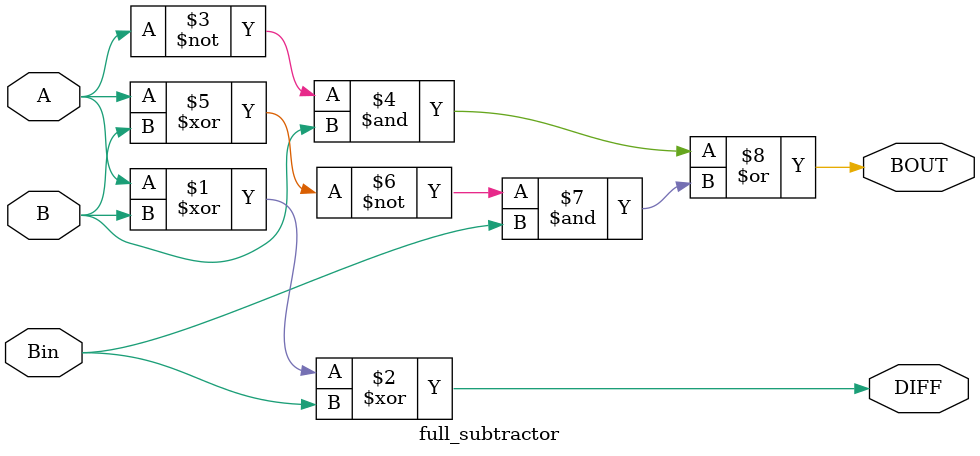
<source format=v>
module full_subtractor(
    input A, B, Bin,
    output DIFF, BOUT
);
    assign DIFF = A ^ B ^ Bin;
    assign BOUT = (~A & B) | (~(A ^ B) & Bin);
endmodule

</source>
